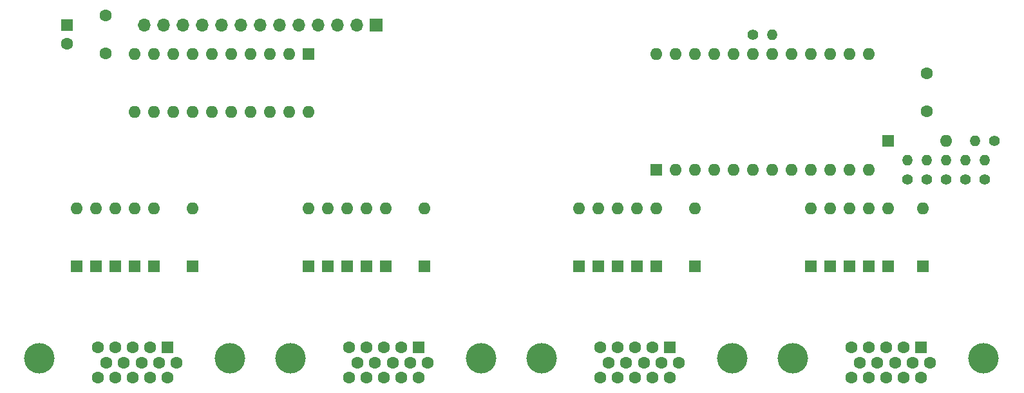
<source format=gts>
%TF.GenerationSoftware,KiCad,Pcbnew,(6.0.0)*%
%TF.CreationDate,2022-03-13T17:59:30-04:00*%
%TF.ProjectId,team tap,7465616d-2074-4617-902e-6b696361645f,rev?*%
%TF.SameCoordinates,Original*%
%TF.FileFunction,Soldermask,Top*%
%TF.FilePolarity,Negative*%
%FSLAX46Y46*%
G04 Gerber Fmt 4.6, Leading zero omitted, Abs format (unit mm)*
G04 Created by KiCad (PCBNEW (6.0.0)) date 2022-03-13 17:59:30*
%MOMM*%
%LPD*%
G01*
G04 APERTURE LIST*
%ADD10C,1.400000*%
%ADD11O,1.400000X1.400000*%
%ADD12R,1.600000X1.600000*%
%ADD13O,1.600000X1.600000*%
%ADD14C,1.600000*%
%ADD15R,1.700000X1.700000*%
%ADD16O,1.700000X1.700000*%
%ADD17C,4.000000*%
G04 APERTURE END LIST*
D10*
%TO.C,R5*%
X137160000Y-147320000D03*
D11*
X137160000Y-144780000D03*
%TD*%
D12*
%TO.C,D22*%
X129540000Y-158750000D03*
D13*
X129540000Y-151130000D03*
%TD*%
D12*
%TO.C,D16*%
X134620000Y-142240000D03*
D13*
X142240000Y-142240000D03*
%TD*%
D12*
%TO.C,D20*%
X124460000Y-158750000D03*
D13*
X124460000Y-151130000D03*
%TD*%
D12*
%TO.C,D11*%
X68580000Y-158750000D03*
D13*
X68580000Y-151130000D03*
%TD*%
D12*
%TO.C,D3*%
X35560000Y-158750000D03*
D13*
X35560000Y-151130000D03*
%TD*%
D12*
%TO.C,C3*%
X26670000Y-127000000D03*
D14*
X26670000Y-129500000D03*
%TD*%
D12*
%TO.C,D12*%
X73660000Y-158750000D03*
D13*
X73660000Y-151130000D03*
%TD*%
D12*
%TO.C,D2*%
X38100000Y-158750000D03*
D13*
X38100000Y-151130000D03*
%TD*%
D10*
%TO.C,R4*%
X147320000Y-147320000D03*
D11*
X147320000Y-144780000D03*
%TD*%
D10*
%TO.C,R7*%
X116840000Y-128270000D03*
D11*
X119380000Y-128270000D03*
%TD*%
D14*
%TO.C,C2*%
X31750000Y-125730000D03*
X31750000Y-130730000D03*
%TD*%
D15*
%TO.C,P1*%
X67290000Y-127010000D03*
D16*
X64750000Y-127010000D03*
X62210000Y-127010000D03*
X59670000Y-127010000D03*
X57130000Y-127010000D03*
X54590000Y-127010000D03*
X52050000Y-127010000D03*
X49510000Y-127010000D03*
X46970000Y-127010000D03*
X44430000Y-127010000D03*
X41890000Y-127010000D03*
X39350000Y-127010000D03*
X36810000Y-127010000D03*
%TD*%
D12*
%TO.C,U2*%
X58415000Y-130820000D03*
D13*
X55875000Y-130820000D03*
X53335000Y-130820000D03*
X50795000Y-130820000D03*
X48255000Y-130820000D03*
X45715000Y-130820000D03*
X43175000Y-130820000D03*
X40635000Y-130820000D03*
X38095000Y-130820000D03*
X35555000Y-130820000D03*
X35555000Y-138440000D03*
X38095000Y-138440000D03*
X40635000Y-138440000D03*
X43175000Y-138440000D03*
X45715000Y-138440000D03*
X48255000Y-138440000D03*
X50795000Y-138440000D03*
X53335000Y-138440000D03*
X55875000Y-138440000D03*
X58415000Y-138440000D03*
%TD*%
D12*
%TO.C,D9*%
X63500000Y-158750000D03*
D13*
X63500000Y-151130000D03*
%TD*%
D12*
%TO.C,D15*%
X99060000Y-158750000D03*
D13*
X99060000Y-151130000D03*
%TD*%
D17*
%TO.C,SCK2*%
X56065000Y-170879669D03*
X81065000Y-170879669D03*
D12*
X72880000Y-169459669D03*
D14*
X70590000Y-169459669D03*
X68300000Y-169459669D03*
X66010000Y-169459669D03*
X63720000Y-169459669D03*
X74025000Y-171439669D03*
X71735000Y-171439669D03*
X69445000Y-171439669D03*
X67155000Y-171439669D03*
X64865000Y-171439669D03*
X72880000Y-173419669D03*
X70590000Y-173419669D03*
X68300000Y-173419669D03*
X66010000Y-173419669D03*
X63720000Y-173419669D03*
%TD*%
D12*
%TO.C,D10*%
X66040000Y-158750000D03*
D13*
X66040000Y-151130000D03*
%TD*%
D12*
%TO.C,D19*%
X109220000Y-158750000D03*
D13*
X109220000Y-151130000D03*
%TD*%
D17*
%TO.C,SCK3*%
X89085000Y-170879669D03*
X114085000Y-170879669D03*
D12*
X105900000Y-169459669D03*
D14*
X103610000Y-169459669D03*
X101320000Y-169459669D03*
X99030000Y-169459669D03*
X96740000Y-169459669D03*
X107045000Y-171439669D03*
X104755000Y-171439669D03*
X102465000Y-171439669D03*
X100175000Y-171439669D03*
X97885000Y-171439669D03*
X105900000Y-173419669D03*
X103610000Y-173419669D03*
X101320000Y-173419669D03*
X99030000Y-173419669D03*
X96740000Y-173419669D03*
%TD*%
D12*
%TO.C,D21*%
X127000000Y-158750000D03*
D13*
X127000000Y-151130000D03*
%TD*%
D10*
%TO.C,R2*%
X142240000Y-147320000D03*
D11*
X142240000Y-144780000D03*
%TD*%
D12*
%TO.C,D4*%
X33020000Y-158750000D03*
D13*
X33020000Y-151130000D03*
%TD*%
D12*
%TO.C,D8*%
X60960000Y-158750000D03*
D13*
X60960000Y-151130000D03*
%TD*%
D12*
%TO.C,D17*%
X101600000Y-158750000D03*
D13*
X101600000Y-151130000D03*
%TD*%
D12*
%TO.C,D24*%
X134620000Y-158750000D03*
D13*
X134620000Y-151130000D03*
%TD*%
D12*
%TO.C,D14*%
X96520000Y-158750000D03*
D13*
X96520000Y-151130000D03*
%TD*%
D14*
%TO.C,C1*%
X139700000Y-138390000D03*
X139700000Y-133390000D03*
%TD*%
D10*
%TO.C,R3*%
X144780000Y-147320000D03*
D11*
X144780000Y-144780000D03*
%TD*%
D12*
%TO.C,U1*%
X104135000Y-146055000D03*
D13*
X106675000Y-146055000D03*
X109215000Y-146055000D03*
X111755000Y-146055000D03*
X114295000Y-146055000D03*
X116835000Y-146055000D03*
X119375000Y-146055000D03*
X121915000Y-146055000D03*
X124455000Y-146055000D03*
X126995000Y-146055000D03*
X129535000Y-146055000D03*
X132075000Y-146055000D03*
X132075000Y-130815000D03*
X129535000Y-130815000D03*
X126995000Y-130815000D03*
X124455000Y-130815000D03*
X121915000Y-130815000D03*
X119375000Y-130815000D03*
X116835000Y-130815000D03*
X114295000Y-130815000D03*
X111755000Y-130815000D03*
X109215000Y-130815000D03*
X106675000Y-130815000D03*
X104135000Y-130815000D03*
%TD*%
D12*
%TO.C,D1*%
X43180000Y-158750000D03*
D13*
X43180000Y-151130000D03*
%TD*%
D12*
%TO.C,D23*%
X132080000Y-158750000D03*
D13*
X132080000Y-151130000D03*
%TD*%
D17*
%TO.C,SCK4*%
X147105000Y-170879669D03*
X122105000Y-170879669D03*
D12*
X138920000Y-169459669D03*
D14*
X136630000Y-169459669D03*
X134340000Y-169459669D03*
X132050000Y-169459669D03*
X129760000Y-169459669D03*
X140065000Y-171439669D03*
X137775000Y-171439669D03*
X135485000Y-171439669D03*
X133195000Y-171439669D03*
X130905000Y-171439669D03*
X138920000Y-173419669D03*
X136630000Y-173419669D03*
X134340000Y-173419669D03*
X132050000Y-173419669D03*
X129760000Y-173419669D03*
%TD*%
D12*
%TO.C,D25*%
X139140000Y-158750000D03*
D13*
X139140000Y-151130000D03*
%TD*%
D12*
%TO.C,D18*%
X104140000Y-158750000D03*
D13*
X104140000Y-151130000D03*
%TD*%
D12*
%TO.C,D7*%
X58420000Y-158750000D03*
D13*
X58420000Y-151130000D03*
%TD*%
D10*
%TO.C,R6*%
X148590000Y-142240000D03*
D11*
X146050000Y-142240000D03*
%TD*%
D12*
%TO.C,D5*%
X30480000Y-158750000D03*
D13*
X30480000Y-151130000D03*
%TD*%
D12*
%TO.C,D6*%
X27940000Y-158750000D03*
D13*
X27940000Y-151130000D03*
%TD*%
D12*
%TO.C,D13*%
X93980000Y-158750000D03*
D13*
X93980000Y-151130000D03*
%TD*%
D17*
%TO.C,SCK1*%
X48045000Y-170879669D03*
X23045000Y-170879669D03*
D12*
X39860000Y-169459669D03*
D14*
X37570000Y-169459669D03*
X35280000Y-169459669D03*
X32990000Y-169459669D03*
X30700000Y-169459669D03*
X41005000Y-171439669D03*
X38715000Y-171439669D03*
X36425000Y-171439669D03*
X34135000Y-171439669D03*
X31845000Y-171439669D03*
X39860000Y-173419669D03*
X37570000Y-173419669D03*
X35280000Y-173419669D03*
X32990000Y-173419669D03*
X30700000Y-173419669D03*
%TD*%
D10*
%TO.C,R1*%
X139700000Y-147320000D03*
D11*
X139700000Y-144780000D03*
%TD*%
M02*

</source>
